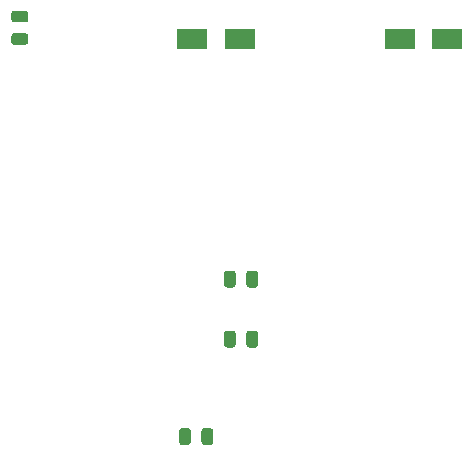
<source format=gbr>
G04 #@! TF.GenerationSoftware,KiCad,Pcbnew,(5.1.10)-1*
G04 #@! TF.CreationDate,2021-08-17T16:02:48+03:00*
G04 #@! TF.ProjectId,ControlledBlinds,436f6e74-726f-46c6-9c65-64426c696e64,rev?*
G04 #@! TF.SameCoordinates,Original*
G04 #@! TF.FileFunction,Paste,Bot*
G04 #@! TF.FilePolarity,Positive*
%FSLAX46Y46*%
G04 Gerber Fmt 4.6, Leading zero omitted, Abs format (unit mm)*
G04 Created by KiCad (PCBNEW (5.1.10)-1) date 2021-08-17 16:02:48*
%MOMM*%
%LPD*%
G01*
G04 APERTURE LIST*
%ADD10R,2.500000X1.800000*%
G04 APERTURE END LIST*
G36*
G01*
X83055000Y-74455000D02*
X83055000Y-75405000D01*
G75*
G02*
X82805000Y-75655000I-250000J0D01*
G01*
X82305000Y-75655000D01*
G75*
G02*
X82055000Y-75405000I0J250000D01*
G01*
X82055000Y-74455000D01*
G75*
G02*
X82305000Y-74205000I250000J0D01*
G01*
X82805000Y-74205000D01*
G75*
G02*
X83055000Y-74455000I0J-250000D01*
G01*
G37*
G36*
G01*
X84955000Y-74455000D02*
X84955000Y-75405000D01*
G75*
G02*
X84705000Y-75655000I-250000J0D01*
G01*
X84205000Y-75655000D01*
G75*
G02*
X83955000Y-75405000I0J250000D01*
G01*
X83955000Y-74455000D01*
G75*
G02*
X84205000Y-74205000I250000J0D01*
G01*
X84705000Y-74205000D01*
G75*
G02*
X84955000Y-74455000I0J-250000D01*
G01*
G37*
G36*
G01*
X64295000Y-47125000D02*
X65245000Y-47125000D01*
G75*
G02*
X65495000Y-47375000I0J-250000D01*
G01*
X65495000Y-47875000D01*
G75*
G02*
X65245000Y-48125000I-250000J0D01*
G01*
X64295000Y-48125000D01*
G75*
G02*
X64045000Y-47875000I0J250000D01*
G01*
X64045000Y-47375000D01*
G75*
G02*
X64295000Y-47125000I250000J0D01*
G01*
G37*
G36*
G01*
X64295000Y-49025000D02*
X65245000Y-49025000D01*
G75*
G02*
X65495000Y-49275000I0J-250000D01*
G01*
X65495000Y-49775000D01*
G75*
G02*
X65245000Y-50025000I-250000J0D01*
G01*
X64295000Y-50025000D01*
G75*
G02*
X64045000Y-49775000I0J250000D01*
G01*
X64045000Y-49275000D01*
G75*
G02*
X64295000Y-49025000I250000J0D01*
G01*
G37*
G36*
G01*
X80145000Y-83660000D02*
X80145000Y-82710000D01*
G75*
G02*
X80395000Y-82460000I250000J0D01*
G01*
X80895000Y-82460000D01*
G75*
G02*
X81145000Y-82710000I0J-250000D01*
G01*
X81145000Y-83660000D01*
G75*
G02*
X80895000Y-83910000I-250000J0D01*
G01*
X80395000Y-83910000D01*
G75*
G02*
X80145000Y-83660000I0J250000D01*
G01*
G37*
G36*
G01*
X78245000Y-83660000D02*
X78245000Y-82710000D01*
G75*
G02*
X78495000Y-82460000I250000J0D01*
G01*
X78995000Y-82460000D01*
G75*
G02*
X79245000Y-82710000I0J-250000D01*
G01*
X79245000Y-83660000D01*
G75*
G02*
X78995000Y-83910000I-250000J0D01*
G01*
X78495000Y-83910000D01*
G75*
G02*
X78245000Y-83660000I0J250000D01*
G01*
G37*
G36*
G01*
X84955000Y-69375000D02*
X84955000Y-70325000D01*
G75*
G02*
X84705000Y-70575000I-250000J0D01*
G01*
X84205000Y-70575000D01*
G75*
G02*
X83955000Y-70325000I0J250000D01*
G01*
X83955000Y-69375000D01*
G75*
G02*
X84205000Y-69125000I250000J0D01*
G01*
X84705000Y-69125000D01*
G75*
G02*
X84955000Y-69375000I0J-250000D01*
G01*
G37*
G36*
G01*
X83055000Y-69375000D02*
X83055000Y-70325000D01*
G75*
G02*
X82805000Y-70575000I-250000J0D01*
G01*
X82305000Y-70575000D01*
G75*
G02*
X82055000Y-70325000I0J250000D01*
G01*
X82055000Y-69375000D01*
G75*
G02*
X82305000Y-69125000I250000J0D01*
G01*
X82805000Y-69125000D01*
G75*
G02*
X83055000Y-69375000I0J-250000D01*
G01*
G37*
D10*
X100965000Y-49530000D03*
X96965000Y-49530000D03*
X79375000Y-49530000D03*
X83375000Y-49530000D03*
M02*

</source>
